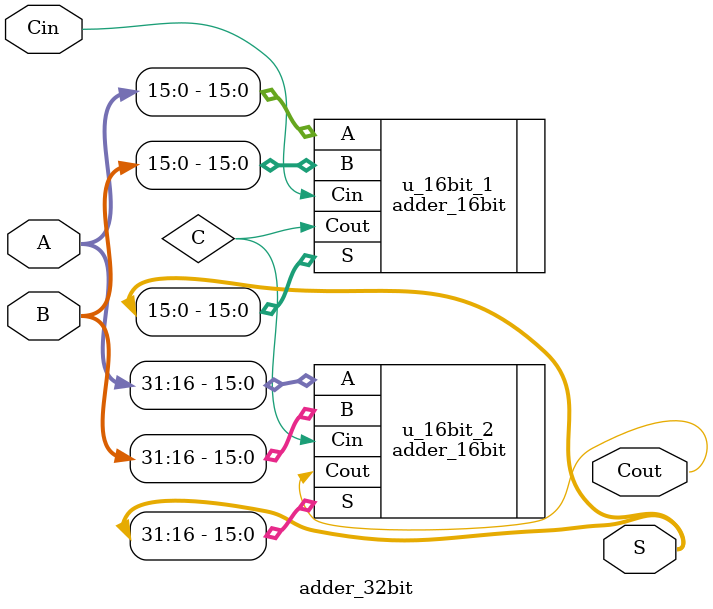
<source format=sv>
module adder_32bit(
input   logic [31:0]  A           ,
input   logic [31:0]  B           ,
input   logic         Cin         ,
output  logic [31:0]  S           ,
output  logic         Cout
);


logic C;

adder_16bit u_16bit_1(
.A    (A[15:0]),
.B    (B[15:0]),
.Cin  (Cin),
.S    (S[15:0]),
.Cout (C) 
);
adder_16bit u_16bit_2(
.A    (A[31:16]),
.B    (B[31:16]),
.Cin  (C),
.S    (S[31:16]),
.Cout (Cout) 
);


endmodule
</source>
